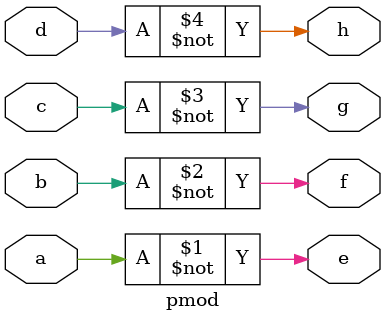
<source format=v>
`timescale 1ns / 1ps


module pmod(a,b,c,d,e,f,g,h);
input a,b,c,d;
output e,f,g,h;
assign e=~a;
assign f=~b;
assign g=~c;
assign h=~d;
endmodule

</source>
